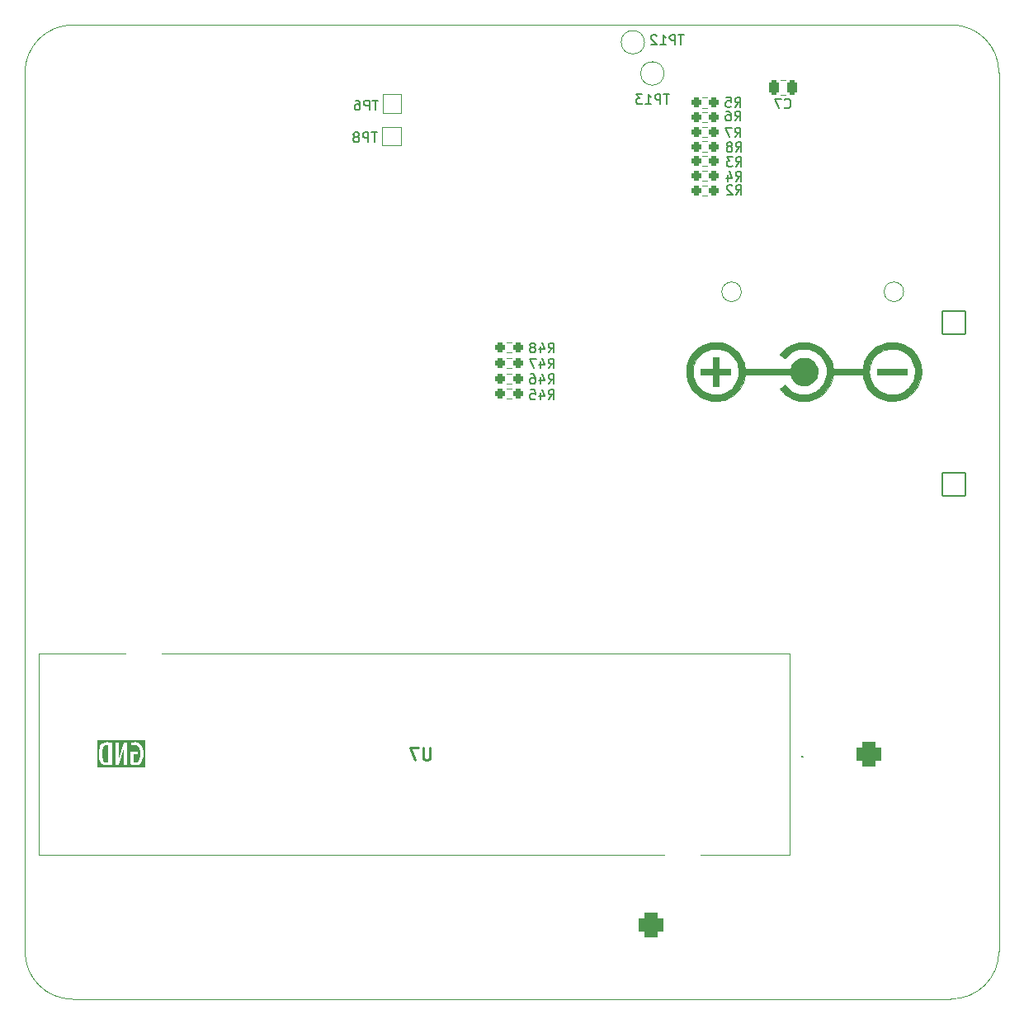
<source format=gbr>
%TF.GenerationSoftware,KiCad,Pcbnew,(6.0.9)*%
%TF.CreationDate,2023-01-14T14:27:17+02:00*%
%TF.ProjectId,ESP32_power_meter_MP3_player_WIFI_radio_V2,45535033-325f-4706-9f77-65725f6d6574,rev?*%
%TF.SameCoordinates,Original*%
%TF.FileFunction,Legend,Bot*%
%TF.FilePolarity,Positive*%
%FSLAX46Y46*%
G04 Gerber Fmt 4.6, Leading zero omitted, Abs format (unit mm)*
G04 Created by KiCad (PCBNEW (6.0.9)) date 2023-01-14 14:27:17*
%MOMM*%
%LPD*%
G01*
G04 APERTURE LIST*
G04 Aperture macros list*
%AMRoundRect*
0 Rectangle with rounded corners*
0 $1 Rounding radius*
0 $2 $3 $4 $5 $6 $7 $8 $9 X,Y pos of 4 corners*
0 Add a 4 corners polygon primitive as box body*
4,1,4,$2,$3,$4,$5,$6,$7,$8,$9,$2,$3,0*
0 Add four circle primitives for the rounded corners*
1,1,$1+$1,$2,$3*
1,1,$1+$1,$4,$5*
1,1,$1+$1,$6,$7*
1,1,$1+$1,$8,$9*
0 Add four rect primitives between the rounded corners*
20,1,$1+$1,$2,$3,$4,$5,0*
20,1,$1+$1,$4,$5,$6,$7,0*
20,1,$1+$1,$6,$7,$8,$9,0*
20,1,$1+$1,$8,$9,$2,$3,0*%
G04 Aperture macros list end*
%TA.AperFunction,Profile*%
%ADD10C,0.100000*%
%TD*%
%ADD11C,0.150000*%
%ADD12C,0.254000*%
%TA.AperFunction,Profile*%
%ADD13C,0.120000*%
%TD*%
%ADD14C,0.120000*%
%ADD15C,0.100000*%
%ADD16C,0.200000*%
%ADD17C,0.010000*%
%ADD18RoundRect,0.101600X-1.206500X1.206500X-1.206500X-1.206500X1.206500X-1.206500X1.206500X1.206500X0*%
%ADD19C,2.616200*%
%ADD20R,1.700000X1.700000*%
%ADD21O,1.700000X1.700000*%
%ADD22RoundRect,0.650000X-0.650000X0.650000X-0.650000X-0.650000X0.650000X-0.650000X0.650000X0.650000X0*%
%ADD23C,2.600000*%
%ADD24R,5.500000X2.000000*%
%ADD25R,1.800000X5.000000*%
%ADD26C,1.500000*%
%ADD27R,1.800000X4.400000*%
%ADD28O,1.800000X4.000000*%
%ADD29O,4.000000X1.800000*%
%ADD30R,1.500000X1.600000*%
%ADD31C,1.600000*%
%ADD32C,3.000000*%
%ADD33R,1.600000X1.500000*%
%ADD34C,3.200000*%
%ADD35C,3.810000*%
%ADD36C,2.700000*%
%ADD37C,1.524000*%
%ADD38C,1.300000*%
%ADD39C,1.710000*%
%ADD40C,1.440000*%
%ADD41R,1.950000X1.950000*%
%ADD42C,1.950000*%
%ADD43C,2.400000*%
%ADD44C,2.000000*%
%ADD45RoundRect,0.650000X-0.650000X-0.650000X0.650000X-0.650000X0.650000X0.650000X-0.650000X0.650000X0*%
%ADD46R,2.400000X2.400000*%
%ADD47O,2.400000X2.400000*%
%ADD48RoundRect,0.237500X0.250000X0.237500X-0.250000X0.237500X-0.250000X-0.237500X0.250000X-0.237500X0*%
%ADD49C,1.980000*%
%ADD50C,5.325000*%
%ADD51C,3.585000*%
%ADD52RoundRect,0.250000X-0.250000X-0.475000X0.250000X-0.475000X0.250000X0.475000X-0.250000X0.475000X0*%
%ADD53R,1.500000X1.500000*%
G04 APERTURE END LIST*
D10*
X149961600Y-145105552D02*
X149961600Y-54944997D01*
X54944997Y-50017244D02*
G75*
G03*
X50016884Y-54944848I-257J-4927856D01*
G01*
X149961593Y-54944997D02*
G75*
G03*
X145105552Y-50016884I-4856293J71297D01*
G01*
X145034000Y-149961584D02*
G75*
G03*
X149961600Y-145105552I70800J4856284D01*
G01*
X50038000Y-145054603D02*
X50016884Y-54944848D01*
X50038007Y-145054603D02*
G75*
G03*
X54894048Y-149982716I4856293J-71297D01*
G01*
X145034000Y-149961600D02*
X54894048Y-149982716D01*
X54944997Y-50017243D02*
X145105552Y-50016884D01*
D11*
%TO.C,TP12*%
X117638095Y-51052380D02*
X117066666Y-51052380D01*
X117352380Y-52052380D02*
X117352380Y-51052380D01*
X116733333Y-52052380D02*
X116733333Y-51052380D01*
X116352380Y-51052380D01*
X116257142Y-51100000D01*
X116209523Y-51147619D01*
X116161904Y-51242857D01*
X116161904Y-51385714D01*
X116209523Y-51480952D01*
X116257142Y-51528571D01*
X116352380Y-51576190D01*
X116733333Y-51576190D01*
X115209523Y-52052380D02*
X115780952Y-52052380D01*
X115495238Y-52052380D02*
X115495238Y-51052380D01*
X115590476Y-51195238D01*
X115685714Y-51290476D01*
X115780952Y-51338095D01*
X114828571Y-51147619D02*
X114780952Y-51100000D01*
X114685714Y-51052380D01*
X114447619Y-51052380D01*
X114352380Y-51100000D01*
X114304761Y-51147619D01*
X114257142Y-51242857D01*
X114257142Y-51338095D01*
X114304761Y-51480952D01*
X114876190Y-52052380D01*
X114257142Y-52052380D01*
%TO.C,R46*%
X103742857Y-86852380D02*
X104076190Y-86376190D01*
X104314285Y-86852380D02*
X104314285Y-85852380D01*
X103933333Y-85852380D01*
X103838095Y-85900000D01*
X103790476Y-85947619D01*
X103742857Y-86042857D01*
X103742857Y-86185714D01*
X103790476Y-86280952D01*
X103838095Y-86328571D01*
X103933333Y-86376190D01*
X104314285Y-86376190D01*
X102885714Y-86185714D02*
X102885714Y-86852380D01*
X103123809Y-85804761D02*
X103361904Y-86519047D01*
X102742857Y-86519047D01*
X101933333Y-85852380D02*
X102123809Y-85852380D01*
X102219047Y-85900000D01*
X102266666Y-85947619D01*
X102361904Y-86090476D01*
X102409523Y-86280952D01*
X102409523Y-86661904D01*
X102361904Y-86757142D01*
X102314285Y-86804761D01*
X102219047Y-86852380D01*
X102028571Y-86852380D01*
X101933333Y-86804761D01*
X101885714Y-86757142D01*
X101838095Y-86661904D01*
X101838095Y-86423809D01*
X101885714Y-86328571D01*
X101933333Y-86280952D01*
X102028571Y-86233333D01*
X102219047Y-86233333D01*
X102314285Y-86280952D01*
X102361904Y-86328571D01*
X102409523Y-86423809D01*
%TO.C,R4*%
X122966666Y-66052380D02*
X123300000Y-65576190D01*
X123538095Y-66052380D02*
X123538095Y-65052380D01*
X123157142Y-65052380D01*
X123061904Y-65100000D01*
X123014285Y-65147619D01*
X122966666Y-65242857D01*
X122966666Y-65385714D01*
X123014285Y-65480952D01*
X123061904Y-65528571D01*
X123157142Y-65576190D01*
X123538095Y-65576190D01*
X122109523Y-65385714D02*
X122109523Y-66052380D01*
X122347619Y-65004761D02*
X122585714Y-65719047D01*
X121966666Y-65719047D01*
%TO.C,R2*%
X122966666Y-67452380D02*
X123300000Y-66976190D01*
X123538095Y-67452380D02*
X123538095Y-66452380D01*
X123157142Y-66452380D01*
X123061904Y-66500000D01*
X123014285Y-66547619D01*
X122966666Y-66642857D01*
X122966666Y-66785714D01*
X123014285Y-66880952D01*
X123061904Y-66928571D01*
X123157142Y-66976190D01*
X123538095Y-66976190D01*
X122585714Y-66547619D02*
X122538095Y-66500000D01*
X122442857Y-66452380D01*
X122204761Y-66452380D01*
X122109523Y-66500000D01*
X122061904Y-66547619D01*
X122014285Y-66642857D01*
X122014285Y-66738095D01*
X122061904Y-66880952D01*
X122633333Y-67452380D01*
X122014285Y-67452380D01*
D12*
%TO.C,U7*%
X91594619Y-124174523D02*
X91594619Y-125202619D01*
X91534142Y-125323571D01*
X91473666Y-125384047D01*
X91352714Y-125444523D01*
X91110809Y-125444523D01*
X90989857Y-125384047D01*
X90929380Y-125323571D01*
X90868904Y-125202619D01*
X90868904Y-124174523D01*
X90385095Y-124174523D02*
X89538428Y-124174523D01*
X90082714Y-125444523D01*
D11*
%TO.C,C7*%
X127966666Y-58487142D02*
X128014285Y-58534761D01*
X128157142Y-58582380D01*
X128252380Y-58582380D01*
X128395238Y-58534761D01*
X128490476Y-58439523D01*
X128538095Y-58344285D01*
X128585714Y-58153809D01*
X128585714Y-58010952D01*
X128538095Y-57820476D01*
X128490476Y-57725238D01*
X128395238Y-57630000D01*
X128252380Y-57582380D01*
X128157142Y-57582380D01*
X128014285Y-57630000D01*
X127966666Y-57677619D01*
X127633333Y-57582380D02*
X126966666Y-57582380D01*
X127395238Y-58582380D01*
%TO.C,R45*%
X103742857Y-88452380D02*
X104076190Y-87976190D01*
X104314285Y-88452380D02*
X104314285Y-87452380D01*
X103933333Y-87452380D01*
X103838095Y-87500000D01*
X103790476Y-87547619D01*
X103742857Y-87642857D01*
X103742857Y-87785714D01*
X103790476Y-87880952D01*
X103838095Y-87928571D01*
X103933333Y-87976190D01*
X104314285Y-87976190D01*
X102885714Y-87785714D02*
X102885714Y-88452380D01*
X103123809Y-87404761D02*
X103361904Y-88119047D01*
X102742857Y-88119047D01*
X101885714Y-87452380D02*
X102361904Y-87452380D01*
X102409523Y-87928571D01*
X102361904Y-87880952D01*
X102266666Y-87833333D01*
X102028571Y-87833333D01*
X101933333Y-87880952D01*
X101885714Y-87928571D01*
X101838095Y-88023809D01*
X101838095Y-88261904D01*
X101885714Y-88357142D01*
X101933333Y-88404761D01*
X102028571Y-88452380D01*
X102266666Y-88452380D01*
X102361904Y-88404761D01*
X102409523Y-88357142D01*
%TO.C,TP6*%
X86261904Y-57752380D02*
X85690476Y-57752380D01*
X85976190Y-58752380D02*
X85976190Y-57752380D01*
X85357142Y-58752380D02*
X85357142Y-57752380D01*
X84976190Y-57752380D01*
X84880952Y-57800000D01*
X84833333Y-57847619D01*
X84785714Y-57942857D01*
X84785714Y-58085714D01*
X84833333Y-58180952D01*
X84880952Y-58228571D01*
X84976190Y-58276190D01*
X85357142Y-58276190D01*
X83928571Y-57752380D02*
X84119047Y-57752380D01*
X84214285Y-57800000D01*
X84261904Y-57847619D01*
X84357142Y-57990476D01*
X84404761Y-58180952D01*
X84404761Y-58561904D01*
X84357142Y-58657142D01*
X84309523Y-58704761D01*
X84214285Y-58752380D01*
X84023809Y-58752380D01*
X83928571Y-58704761D01*
X83880952Y-58657142D01*
X83833333Y-58561904D01*
X83833333Y-58323809D01*
X83880952Y-58228571D01*
X83928571Y-58180952D01*
X84023809Y-58133333D01*
X84214285Y-58133333D01*
X84309523Y-58180952D01*
X84357142Y-58228571D01*
X84404761Y-58323809D01*
%TO.C,R3*%
X122966666Y-64552380D02*
X123300000Y-64076190D01*
X123538095Y-64552380D02*
X123538095Y-63552380D01*
X123157142Y-63552380D01*
X123061904Y-63600000D01*
X123014285Y-63647619D01*
X122966666Y-63742857D01*
X122966666Y-63885714D01*
X123014285Y-63980952D01*
X123061904Y-64028571D01*
X123157142Y-64076190D01*
X123538095Y-64076190D01*
X122633333Y-63552380D02*
X122014285Y-63552380D01*
X122347619Y-63933333D01*
X122204761Y-63933333D01*
X122109523Y-63980952D01*
X122061904Y-64028571D01*
X122014285Y-64123809D01*
X122014285Y-64361904D01*
X122061904Y-64457142D01*
X122109523Y-64504761D01*
X122204761Y-64552380D01*
X122490476Y-64552380D01*
X122585714Y-64504761D01*
X122633333Y-64457142D01*
%TO.C,TP8*%
X86161904Y-61052380D02*
X85590476Y-61052380D01*
X85876190Y-62052380D02*
X85876190Y-61052380D01*
X85257142Y-62052380D02*
X85257142Y-61052380D01*
X84876190Y-61052380D01*
X84780952Y-61100000D01*
X84733333Y-61147619D01*
X84685714Y-61242857D01*
X84685714Y-61385714D01*
X84733333Y-61480952D01*
X84780952Y-61528571D01*
X84876190Y-61576190D01*
X85257142Y-61576190D01*
X84114285Y-61480952D02*
X84209523Y-61433333D01*
X84257142Y-61385714D01*
X84304761Y-61290476D01*
X84304761Y-61242857D01*
X84257142Y-61147619D01*
X84209523Y-61100000D01*
X84114285Y-61052380D01*
X83923809Y-61052380D01*
X83828571Y-61100000D01*
X83780952Y-61147619D01*
X83733333Y-61242857D01*
X83733333Y-61290476D01*
X83780952Y-61385714D01*
X83828571Y-61433333D01*
X83923809Y-61480952D01*
X84114285Y-61480952D01*
X84209523Y-61528571D01*
X84257142Y-61576190D01*
X84304761Y-61671428D01*
X84304761Y-61861904D01*
X84257142Y-61957142D01*
X84209523Y-62004761D01*
X84114285Y-62052380D01*
X83923809Y-62052380D01*
X83828571Y-62004761D01*
X83780952Y-61957142D01*
X83733333Y-61861904D01*
X83733333Y-61671428D01*
X83780952Y-61576190D01*
X83828571Y-61528571D01*
X83923809Y-61480952D01*
%TO.C,R48*%
X103742857Y-83652380D02*
X104076190Y-83176190D01*
X104314285Y-83652380D02*
X104314285Y-82652380D01*
X103933333Y-82652380D01*
X103838095Y-82700000D01*
X103790476Y-82747619D01*
X103742857Y-82842857D01*
X103742857Y-82985714D01*
X103790476Y-83080952D01*
X103838095Y-83128571D01*
X103933333Y-83176190D01*
X104314285Y-83176190D01*
X102885714Y-82985714D02*
X102885714Y-83652380D01*
X103123809Y-82604761D02*
X103361904Y-83319047D01*
X102742857Y-83319047D01*
X102219047Y-83080952D02*
X102314285Y-83033333D01*
X102361904Y-82985714D01*
X102409523Y-82890476D01*
X102409523Y-82842857D01*
X102361904Y-82747619D01*
X102314285Y-82700000D01*
X102219047Y-82652380D01*
X102028571Y-82652380D01*
X101933333Y-82700000D01*
X101885714Y-82747619D01*
X101838095Y-82842857D01*
X101838095Y-82890476D01*
X101885714Y-82985714D01*
X101933333Y-83033333D01*
X102028571Y-83080952D01*
X102219047Y-83080952D01*
X102314285Y-83128571D01*
X102361904Y-83176190D01*
X102409523Y-83271428D01*
X102409523Y-83461904D01*
X102361904Y-83557142D01*
X102314285Y-83604761D01*
X102219047Y-83652380D01*
X102028571Y-83652380D01*
X101933333Y-83604761D01*
X101885714Y-83557142D01*
X101838095Y-83461904D01*
X101838095Y-83271428D01*
X101885714Y-83176190D01*
X101933333Y-83128571D01*
X102028571Y-83080952D01*
%TO.C,R47*%
X103742857Y-85252380D02*
X104076190Y-84776190D01*
X104314285Y-85252380D02*
X104314285Y-84252380D01*
X103933333Y-84252380D01*
X103838095Y-84300000D01*
X103790476Y-84347619D01*
X103742857Y-84442857D01*
X103742857Y-84585714D01*
X103790476Y-84680952D01*
X103838095Y-84728571D01*
X103933333Y-84776190D01*
X104314285Y-84776190D01*
X102885714Y-84585714D02*
X102885714Y-85252380D01*
X103123809Y-84204761D02*
X103361904Y-84919047D01*
X102742857Y-84919047D01*
X102457142Y-84252380D02*
X101790476Y-84252380D01*
X102219047Y-85252380D01*
%TO.C,R7*%
X122866666Y-61552380D02*
X123200000Y-61076190D01*
X123438095Y-61552380D02*
X123438095Y-60552380D01*
X123057142Y-60552380D01*
X122961904Y-60600000D01*
X122914285Y-60647619D01*
X122866666Y-60742857D01*
X122866666Y-60885714D01*
X122914285Y-60980952D01*
X122961904Y-61028571D01*
X123057142Y-61076190D01*
X123438095Y-61076190D01*
X122533333Y-60552380D02*
X121866666Y-60552380D01*
X122295238Y-61552380D01*
%TO.C,R8*%
X122966666Y-63052380D02*
X123300000Y-62576190D01*
X123538095Y-63052380D02*
X123538095Y-62052380D01*
X123157142Y-62052380D01*
X123061904Y-62100000D01*
X123014285Y-62147619D01*
X122966666Y-62242857D01*
X122966666Y-62385714D01*
X123014285Y-62480952D01*
X123061904Y-62528571D01*
X123157142Y-62576190D01*
X123538095Y-62576190D01*
X122395238Y-62480952D02*
X122490476Y-62433333D01*
X122538095Y-62385714D01*
X122585714Y-62290476D01*
X122585714Y-62242857D01*
X122538095Y-62147619D01*
X122490476Y-62100000D01*
X122395238Y-62052380D01*
X122204761Y-62052380D01*
X122109523Y-62100000D01*
X122061904Y-62147619D01*
X122014285Y-62242857D01*
X122014285Y-62290476D01*
X122061904Y-62385714D01*
X122109523Y-62433333D01*
X122204761Y-62480952D01*
X122395238Y-62480952D01*
X122490476Y-62528571D01*
X122538095Y-62576190D01*
X122585714Y-62671428D01*
X122585714Y-62861904D01*
X122538095Y-62957142D01*
X122490476Y-63004761D01*
X122395238Y-63052380D01*
X122204761Y-63052380D01*
X122109523Y-63004761D01*
X122061904Y-62957142D01*
X122014285Y-62861904D01*
X122014285Y-62671428D01*
X122061904Y-62576190D01*
X122109523Y-62528571D01*
X122204761Y-62480952D01*
%TO.C,R6*%
X122866666Y-59852380D02*
X123200000Y-59376190D01*
X123438095Y-59852380D02*
X123438095Y-58852380D01*
X123057142Y-58852380D01*
X122961904Y-58900000D01*
X122914285Y-58947619D01*
X122866666Y-59042857D01*
X122866666Y-59185714D01*
X122914285Y-59280952D01*
X122961904Y-59328571D01*
X123057142Y-59376190D01*
X123438095Y-59376190D01*
X122009523Y-58852380D02*
X122200000Y-58852380D01*
X122295238Y-58900000D01*
X122342857Y-58947619D01*
X122438095Y-59090476D01*
X122485714Y-59280952D01*
X122485714Y-59661904D01*
X122438095Y-59757142D01*
X122390476Y-59804761D01*
X122295238Y-59852380D01*
X122104761Y-59852380D01*
X122009523Y-59804761D01*
X121961904Y-59757142D01*
X121914285Y-59661904D01*
X121914285Y-59423809D01*
X121961904Y-59328571D01*
X122009523Y-59280952D01*
X122104761Y-59233333D01*
X122295238Y-59233333D01*
X122390476Y-59280952D01*
X122438095Y-59328571D01*
X122485714Y-59423809D01*
%TO.C,TP13*%
X116138095Y-57152380D02*
X115566666Y-57152380D01*
X115852380Y-58152380D02*
X115852380Y-57152380D01*
X115233333Y-58152380D02*
X115233333Y-57152380D01*
X114852380Y-57152380D01*
X114757142Y-57200000D01*
X114709523Y-57247619D01*
X114661904Y-57342857D01*
X114661904Y-57485714D01*
X114709523Y-57580952D01*
X114757142Y-57628571D01*
X114852380Y-57676190D01*
X115233333Y-57676190D01*
X113709523Y-58152380D02*
X114280952Y-58152380D01*
X113995238Y-58152380D02*
X113995238Y-57152380D01*
X114090476Y-57295238D01*
X114185714Y-57390476D01*
X114280952Y-57438095D01*
X113376190Y-57152380D02*
X112757142Y-57152380D01*
X113090476Y-57533333D01*
X112947619Y-57533333D01*
X112852380Y-57580952D01*
X112804761Y-57628571D01*
X112757142Y-57723809D01*
X112757142Y-57961904D01*
X112804761Y-58057142D01*
X112852380Y-58104761D01*
X112947619Y-58152380D01*
X113233333Y-58152380D01*
X113328571Y-58104761D01*
X113376190Y-58057142D01*
%TO.C,R5*%
X122866666Y-58452380D02*
X123200000Y-57976190D01*
X123438095Y-58452380D02*
X123438095Y-57452380D01*
X123057142Y-57452380D01*
X122961904Y-57500000D01*
X122914285Y-57547619D01*
X122866666Y-57642857D01*
X122866666Y-57785714D01*
X122914285Y-57880952D01*
X122961904Y-57928571D01*
X123057142Y-57976190D01*
X123438095Y-57976190D01*
X121961904Y-57452380D02*
X122438095Y-57452380D01*
X122485714Y-57928571D01*
X122438095Y-57880952D01*
X122342857Y-57833333D01*
X122104761Y-57833333D01*
X122009523Y-57880952D01*
X121961904Y-57928571D01*
X121914285Y-58023809D01*
X121914285Y-58261904D01*
X121961904Y-58357142D01*
X122009523Y-58404761D01*
X122104761Y-58452380D01*
X122342857Y-58452380D01*
X122438095Y-58404761D01*
X122485714Y-58357142D01*
D13*
%TO.C,J5*%
X140182000Y-77400000D02*
G75*
G03*
X140182000Y-77400000I-1000000J0D01*
G01*
X123530000Y-77400000D02*
G75*
G03*
X123530000Y-77400000I-1000000J0D01*
G01*
D14*
%TO.C,TP12*%
X113600000Y-51800000D02*
G75*
G03*
X113600000Y-51800000I-1200000J0D01*
G01*
%TO.C,R46*%
X99954724Y-85777500D02*
X99445276Y-85777500D01*
X99954724Y-86822500D02*
X99445276Y-86822500D01*
%TO.C,R4*%
X120054724Y-66022500D02*
X119545276Y-66022500D01*
X120054724Y-64977500D02*
X119545276Y-64977500D01*
%TO.C,R2*%
X120054724Y-67522500D02*
X119545276Y-67522500D01*
X120054724Y-66477500D02*
X119545276Y-66477500D01*
D15*
%TO.C,U7*%
X128465000Y-114545000D02*
X128465000Y-114545000D01*
X51415000Y-135195000D02*
X115580000Y-135195000D01*
X128465000Y-135195000D02*
X128465000Y-135195000D01*
X64080000Y-114545000D02*
X64080000Y-114545000D01*
X51415000Y-114545000D02*
X60330000Y-114545000D01*
X60330000Y-114545000D02*
X51415000Y-114545000D01*
X51415000Y-135195000D02*
X51415000Y-114545000D01*
X119330000Y-135195000D02*
X119330000Y-135195000D01*
X51415000Y-114545000D02*
X51415000Y-135195000D01*
X51415000Y-135195000D02*
X51415000Y-135195000D01*
X64080000Y-114545000D02*
X128465000Y-114545000D01*
X115580000Y-135195000D02*
X115580000Y-135195000D01*
X128465000Y-135195000D02*
X119330000Y-135195000D01*
D16*
X129740000Y-125120000D02*
X129740000Y-125120000D01*
D15*
X128465000Y-135195000D02*
X128465000Y-135195000D01*
X128465000Y-114545000D02*
X64080000Y-114545000D01*
X128465000Y-114545000D02*
X128465000Y-135195000D01*
X128465000Y-114545000D02*
X128465000Y-114545000D01*
X51415000Y-135195000D02*
X51415000Y-135195000D01*
X51415000Y-114545000D02*
X51415000Y-114545000D01*
X60330000Y-114545000D02*
X60330000Y-114545000D01*
X119330000Y-135195000D02*
X128465000Y-135195000D01*
D16*
X129840000Y-125120000D02*
X129840000Y-125120000D01*
D15*
X115580000Y-135195000D02*
X51415000Y-135195000D01*
X51415000Y-114545000D02*
X51415000Y-114545000D01*
X128465000Y-135195000D02*
X128465000Y-114545000D01*
D16*
X129840000Y-125120000D02*
X129840000Y-125120000D01*
X129740000Y-125120000D02*
G75*
G03*
X129840000Y-125120000I50000J0D01*
G01*
X129840000Y-125120000D02*
G75*
G03*
X129740000Y-125120000I-50000J0D01*
G01*
X129740000Y-125120000D02*
G75*
G03*
X129840000Y-125120000I50000J0D01*
G01*
%TO.C,kibuzzard-63BB0CE1*%
G36*
X57420325Y-123410937D02*
G01*
X62379675Y-123410937D01*
X62379675Y-126189063D01*
X57420325Y-126189063D01*
X57420325Y-124768250D01*
X57618762Y-124768250D01*
X57629169Y-125055764D01*
X57660390Y-125300239D01*
X57712425Y-125501675D01*
X57827122Y-125731466D01*
X57983887Y-125881088D01*
X58190262Y-125963241D01*
X58453787Y-125990625D01*
X58713344Y-125974750D01*
X58792983Y-125958875D01*
X59307862Y-125958875D01*
X59663462Y-125958875D01*
X60158763Y-124276125D01*
X60165113Y-124276125D01*
X60165113Y-125958875D01*
X60514363Y-125958875D01*
X60514363Y-125879500D01*
X60847738Y-125879500D01*
X61017776Y-125941236D01*
X61197693Y-125978278D01*
X61387488Y-125990625D01*
X61573523Y-125971773D01*
X61734753Y-125915219D01*
X61871179Y-125820961D01*
X61982800Y-125689000D01*
X62069616Y-125519336D01*
X62131628Y-125311969D01*
X62168835Y-125066898D01*
X62181238Y-124784125D01*
X62167843Y-124499764D01*
X62127659Y-124256281D01*
X62060687Y-124053677D01*
X61966925Y-123891950D01*
X61800238Y-123734964D01*
X61585925Y-123640772D01*
X61323988Y-123609375D01*
X61121581Y-123626837D01*
X60927113Y-123679225D01*
X60927113Y-123964975D01*
X61129519Y-123907825D01*
X61323988Y-123888775D01*
X61550206Y-123939178D01*
X61708163Y-124090387D01*
X61776954Y-124257075D01*
X61818229Y-124488321D01*
X61831988Y-124784125D01*
X61818935Y-125086808D01*
X61779776Y-125325992D01*
X61714513Y-125501675D01*
X61571638Y-125663600D01*
X61377963Y-125717575D01*
X61187463Y-125679475D01*
X61187463Y-124847625D01*
X61587513Y-124847625D01*
X61587513Y-124577750D01*
X60847738Y-124577750D01*
X60847738Y-125879500D01*
X60514363Y-125879500D01*
X60514363Y-123641125D01*
X60146063Y-123641125D01*
X59650762Y-125323875D01*
X59641237Y-125323875D01*
X59641237Y-123641125D01*
X59307862Y-123641125D01*
X59307862Y-125958875D01*
X58792983Y-125958875D01*
X58952262Y-125927125D01*
X58952262Y-123672875D01*
X58703819Y-123625250D01*
X58453787Y-123609375D01*
X58185147Y-123638126D01*
X57971893Y-123724381D01*
X57814025Y-123868137D01*
X57728598Y-124021430D01*
X57667578Y-124222547D01*
X57630966Y-124471487D01*
X57618762Y-124768250D01*
X57420325Y-124768250D01*
X57420325Y-123410937D01*
G37*
G36*
X58596662Y-123914175D02*
G01*
X58596662Y-125689000D01*
X58453787Y-125717575D01*
X58231934Y-125666775D01*
X58080725Y-125514375D01*
X58016343Y-125341161D01*
X57977714Y-125092453D01*
X57964837Y-124768250D01*
X57977890Y-124474739D01*
X58017049Y-124246139D01*
X58082312Y-124082450D01*
X58233919Y-123934812D01*
X58453787Y-123885600D01*
X58596662Y-123914175D01*
G37*
D14*
%TO.C,C7*%
X127538748Y-57185000D02*
X128061252Y-57185000D01*
X127538748Y-55715000D02*
X128061252Y-55715000D01*
%TO.C,R45*%
X99954724Y-88362500D02*
X99445276Y-88362500D01*
X99954724Y-87317500D02*
X99445276Y-87317500D01*
%TO.C,TP6*%
X88650000Y-57150000D02*
X86750000Y-57150000D01*
X88650000Y-59050000D02*
X88650000Y-57150000D01*
X86750000Y-57150000D02*
X86750000Y-59050000D01*
X86750000Y-59050000D02*
X88650000Y-59050000D01*
%TO.C,R3*%
X120054724Y-64522500D02*
X119545276Y-64522500D01*
X120054724Y-63477500D02*
X119545276Y-63477500D01*
%TO.C,TP8*%
X86700000Y-62400000D02*
X88600000Y-62400000D01*
X88600000Y-60500000D02*
X86700000Y-60500000D01*
X86700000Y-60500000D02*
X86700000Y-62400000D01*
X88600000Y-62400000D02*
X88600000Y-60500000D01*
%TO.C,R48*%
X99954724Y-82577500D02*
X99445276Y-82577500D01*
X99954724Y-83622500D02*
X99445276Y-83622500D01*
%TO.C,R47*%
X99954724Y-84177500D02*
X99445276Y-84177500D01*
X99954724Y-85222500D02*
X99445276Y-85222500D01*
%TO.C,R7*%
X120054724Y-61522500D02*
X119545276Y-61522500D01*
X120054724Y-60477500D02*
X119545276Y-60477500D01*
%TO.C,R8*%
X120054724Y-63022500D02*
X119545276Y-63022500D01*
X120054724Y-61977500D02*
X119545276Y-61977500D01*
%TO.C,R6*%
X120054724Y-58977500D02*
X119545276Y-58977500D01*
X120054724Y-60022500D02*
X119545276Y-60022500D01*
%TO.C,FID3*%
G36*
X142000993Y-85733958D02*
G01*
X141997499Y-85848966D01*
X141990860Y-85951052D01*
X141980408Y-86046295D01*
X141965476Y-86140777D01*
X141945396Y-86240579D01*
X141919501Y-86351783D01*
X141902901Y-86416692D01*
X141821342Y-86674689D01*
X141718188Y-86921529D01*
X141594485Y-87156073D01*
X141451277Y-87377183D01*
X141289612Y-87583718D01*
X141110533Y-87774541D01*
X140915087Y-87948512D01*
X140704320Y-88104491D01*
X140479277Y-88241341D01*
X140241003Y-88357922D01*
X139990544Y-88453095D01*
X139925787Y-88473736D01*
X139792687Y-88511783D01*
X139659697Y-88543227D01*
X139520515Y-88569320D01*
X139368838Y-88591313D01*
X139198366Y-88610459D01*
X139176699Y-88611615D01*
X139131259Y-88612398D01*
X139070133Y-88612465D01*
X138998547Y-88611815D01*
X138921732Y-88610449D01*
X138863844Y-88608692D01*
X138580664Y-88585961D01*
X138307010Y-88539973D01*
X138042929Y-88470744D01*
X137788465Y-88378289D01*
X137543664Y-88262626D01*
X137308571Y-88123770D01*
X137083232Y-87961737D01*
X137024001Y-87913056D01*
X136899861Y-87799258D01*
X136774788Y-87670155D01*
X136653809Y-87531369D01*
X136541951Y-87388520D01*
X136444240Y-87247228D01*
X136340482Y-87069234D01*
X136242014Y-86865049D01*
X136156756Y-86649657D01*
X136086827Y-86429042D01*
X136034346Y-86209191D01*
X136001432Y-85996089D01*
X135991930Y-85908070D01*
X132948492Y-85901682D01*
X132920293Y-86077107D01*
X132894096Y-86219067D01*
X132828205Y-86476394D01*
X132739227Y-86726949D01*
X132626135Y-86973868D01*
X132491180Y-87211206D01*
X132336027Y-87434133D01*
X132161883Y-87641403D01*
X131969904Y-87831867D01*
X131761248Y-88004378D01*
X131537073Y-88157788D01*
X131298534Y-88290949D01*
X131125259Y-88371983D01*
X130897468Y-88460401D01*
X130669254Y-88527366D01*
X130436153Y-88573925D01*
X130193699Y-88601123D01*
X129937425Y-88610009D01*
X129735989Y-88603594D01*
X129463984Y-88573804D01*
X129198819Y-88520101D01*
X128941461Y-88442889D01*
X128692874Y-88342570D01*
X128454024Y-88219550D01*
X128225877Y-88074233D01*
X128009398Y-87907021D01*
X127805552Y-87718319D01*
X127787680Y-87699988D01*
X127740005Y-87649043D01*
X127689486Y-87592677D01*
X127638957Y-87534311D01*
X127591256Y-87477364D01*
X127549218Y-87425259D01*
X127515679Y-87381416D01*
X127493476Y-87349257D01*
X127485445Y-87332202D01*
X127485697Y-87331640D01*
X127498513Y-87320410D01*
X127528459Y-87297618D01*
X127572405Y-87265552D01*
X127627220Y-87226501D01*
X127689777Y-87182754D01*
X127757035Y-87136058D01*
X127821521Y-87091166D01*
X127878610Y-87051308D01*
X127923874Y-87019575D01*
X127952884Y-86999058D01*
X128011660Y-86957029D01*
X128105061Y-87073836D01*
X128208611Y-87194741D01*
X128380737Y-87364161D01*
X128568845Y-87514717D01*
X128771548Y-87645446D01*
X128987461Y-87755388D01*
X129215197Y-87843581D01*
X129431639Y-87903717D01*
X129666569Y-87944490D01*
X129902977Y-87961015D01*
X130139171Y-87953523D01*
X130373460Y-87922247D01*
X130604151Y-87867417D01*
X130829554Y-87789266D01*
X131047975Y-87688025D01*
X131257722Y-87563926D01*
X131306041Y-87531096D01*
X131494638Y-87384399D01*
X131665905Y-87220161D01*
X131819035Y-87039658D01*
X131953224Y-86844164D01*
X132067667Y-86634956D01*
X132161559Y-86413307D01*
X132234095Y-86180493D01*
X132284469Y-85937789D01*
X132285943Y-85928126D01*
X132296722Y-85829384D01*
X132303070Y-85714862D01*
X132304991Y-85592636D01*
X132303513Y-85520720D01*
X136649129Y-85520720D01*
X136653799Y-85769753D01*
X136661969Y-85866157D01*
X136698851Y-86105482D01*
X136757981Y-86334949D01*
X136838311Y-86553511D01*
X136938794Y-86760120D01*
X137058384Y-86953730D01*
X137196035Y-87133294D01*
X137350700Y-87297765D01*
X137521332Y-87446096D01*
X137706886Y-87577241D01*
X137906314Y-87690152D01*
X138118570Y-87783783D01*
X138342608Y-87857086D01*
X138577380Y-87909016D01*
X138821841Y-87938524D01*
X138840374Y-87939841D01*
X138904617Y-87944099D01*
X138959949Y-87947311D01*
X139000981Y-87949184D01*
X139022326Y-87949427D01*
X139038000Y-87948348D01*
X139075609Y-87945769D01*
X139126993Y-87942248D01*
X139185792Y-87938223D01*
X139279571Y-87929924D01*
X139515495Y-87892102D01*
X139744455Y-87831129D01*
X139964783Y-87747901D01*
X140174812Y-87643313D01*
X140372872Y-87518261D01*
X140557296Y-87373641D01*
X140726416Y-87210349D01*
X140878562Y-87029281D01*
X140931549Y-86956040D01*
X141055653Y-86755171D01*
X141157945Y-86542444D01*
X141238088Y-86318899D01*
X141295747Y-86085570D01*
X141330589Y-85843496D01*
X141342277Y-85593713D01*
X141342070Y-85560821D01*
X141327216Y-85315479D01*
X141289438Y-85077652D01*
X141229501Y-84848587D01*
X141148171Y-84629530D01*
X141046216Y-84421731D01*
X140924402Y-84226436D01*
X140783495Y-84044892D01*
X140624261Y-83878348D01*
X140447469Y-83728051D01*
X140253883Y-83595248D01*
X140044271Y-83481188D01*
X139998494Y-83459848D01*
X139776095Y-83372634D01*
X139546074Y-83308252D01*
X139310736Y-83266685D01*
X139072385Y-83247919D01*
X138833323Y-83251938D01*
X138595855Y-83278726D01*
X138362286Y-83328267D01*
X138134917Y-83400547D01*
X137916054Y-83495549D01*
X137762033Y-83579481D01*
X137566236Y-83709996D01*
X137387374Y-83857969D01*
X137226140Y-84022152D01*
X137083224Y-84201300D01*
X136959318Y-84394169D01*
X136855113Y-84599512D01*
X136771300Y-84816084D01*
X136708571Y-85042640D01*
X136667617Y-85277934D01*
X136649129Y-85520720D01*
X132303513Y-85520720D01*
X132302486Y-85470783D01*
X132295559Y-85357379D01*
X132284213Y-85260499D01*
X132274266Y-85201610D01*
X132218438Y-84958680D01*
X132140714Y-84728108D01*
X132041049Y-84509802D01*
X131919395Y-84303671D01*
X131775706Y-84109624D01*
X131609937Y-83927568D01*
X131492211Y-83818148D01*
X131304395Y-83671424D01*
X131103994Y-83545416D01*
X130892717Y-83440642D01*
X130672270Y-83357618D01*
X130444363Y-83296861D01*
X130210705Y-83258889D01*
X129973002Y-83244217D01*
X129732963Y-83253363D01*
X129492297Y-83286844D01*
X129382302Y-83310970D01*
X129166504Y-83376457D01*
X128955345Y-83464029D01*
X128751829Y-83571818D01*
X128558964Y-83697958D01*
X128379754Y-83840579D01*
X128217206Y-83997816D01*
X128074325Y-84167800D01*
X128046877Y-84201697D01*
X128023099Y-84226301D01*
X128008598Y-84235693D01*
X127998696Y-84231092D01*
X127970210Y-84213833D01*
X127926502Y-84185598D01*
X127870515Y-84148325D01*
X127805192Y-84103954D01*
X127733476Y-84054424D01*
X127473068Y-83873156D01*
X127506522Y-83828088D01*
X127601142Y-83706909D01*
X127786734Y-83500249D01*
X127988811Y-83311958D01*
X128206162Y-83142939D01*
X128437580Y-82994094D01*
X128681853Y-82866325D01*
X128937772Y-82760535D01*
X129142878Y-82694910D01*
X129402575Y-82634983D01*
X129665744Y-82598872D01*
X129930622Y-82586333D01*
X130195447Y-82597125D01*
X130458455Y-82631006D01*
X130717883Y-82687732D01*
X130971970Y-82767062D01*
X131218951Y-82868752D01*
X131457065Y-82992562D01*
X131684549Y-83138247D01*
X131881781Y-83290848D01*
X132076752Y-83470883D01*
X132255857Y-83667697D01*
X132417601Y-83879139D01*
X132560485Y-84103058D01*
X132683013Y-84337303D01*
X132783687Y-84579725D01*
X132861010Y-84828171D01*
X132863835Y-84839221D01*
X132878534Y-84901447D01*
X132893815Y-84972678D01*
X132908641Y-85047329D01*
X132921976Y-85119813D01*
X132932783Y-85184545D01*
X132940028Y-85235940D01*
X132942673Y-85268411D01*
X132942673Y-85298218D01*
X135985164Y-85298218D01*
X135991000Y-85269926D01*
X135992012Y-85264603D01*
X135997050Y-85233363D01*
X136003751Y-85187446D01*
X136010949Y-85134753D01*
X136021976Y-85059854D01*
X136073789Y-84813665D01*
X136148516Y-84568592D01*
X136244631Y-84328154D01*
X136360609Y-84095871D01*
X136494923Y-83875264D01*
X136646047Y-83669852D01*
X136665956Y-83645730D01*
X136746233Y-83555405D01*
X136839098Y-83459408D01*
X136938030Y-83364086D01*
X137036506Y-83275786D01*
X137128007Y-83200851D01*
X137320362Y-83065669D01*
X137541406Y-82936974D01*
X137775035Y-82825906D01*
X138016823Y-82734558D01*
X138262345Y-82665019D01*
X138333129Y-82648862D01*
X138436493Y-82627852D01*
X138533585Y-82612124D01*
X138630673Y-82601015D01*
X138734027Y-82593863D01*
X138849914Y-82590009D01*
X138984604Y-82588788D01*
X139012632Y-82588794D01*
X139134078Y-82589800D01*
X139237608Y-82592868D01*
X139329180Y-82598593D01*
X139414751Y-82607575D01*
X139500281Y-82620410D01*
X139591728Y-82637696D01*
X139695049Y-82660030D01*
X139814926Y-82689576D01*
X140073476Y-82771403D01*
X140320432Y-82874713D01*
X140554760Y-82998484D01*
X140775425Y-83141693D01*
X140981395Y-83303316D01*
X141171632Y-83482333D01*
X141345105Y-83677719D01*
X141500777Y-83888452D01*
X141637615Y-84113511D01*
X141754584Y-84351871D01*
X141850651Y-84602510D01*
X141924779Y-84864406D01*
X141946075Y-84958820D01*
X141965845Y-85059131D01*
X141980579Y-85153894D01*
X141990919Y-85249237D01*
X141997509Y-85351286D01*
X142000991Y-85466165D01*
X142001961Y-85593713D01*
X142002008Y-85600000D01*
X142000993Y-85733958D01*
G37*
D17*
X142000993Y-85733958D02*
X141997499Y-85848966D01*
X141990860Y-85951052D01*
X141980408Y-86046295D01*
X141965476Y-86140777D01*
X141945396Y-86240579D01*
X141919501Y-86351783D01*
X141902901Y-86416692D01*
X141821342Y-86674689D01*
X141718188Y-86921529D01*
X141594485Y-87156073D01*
X141451277Y-87377183D01*
X141289612Y-87583718D01*
X141110533Y-87774541D01*
X140915087Y-87948512D01*
X140704320Y-88104491D01*
X140479277Y-88241341D01*
X140241003Y-88357922D01*
X139990544Y-88453095D01*
X139925787Y-88473736D01*
X139792687Y-88511783D01*
X139659697Y-88543227D01*
X139520515Y-88569320D01*
X139368838Y-88591313D01*
X139198366Y-88610459D01*
X139176699Y-88611615D01*
X139131259Y-88612398D01*
X139070133Y-88612465D01*
X138998547Y-88611815D01*
X138921732Y-88610449D01*
X138863844Y-88608692D01*
X138580664Y-88585961D01*
X138307010Y-88539973D01*
X138042929Y-88470744D01*
X137788465Y-88378289D01*
X137543664Y-88262626D01*
X137308571Y-88123770D01*
X137083232Y-87961737D01*
X137024001Y-87913056D01*
X136899861Y-87799258D01*
X136774788Y-87670155D01*
X136653809Y-87531369D01*
X136541951Y-87388520D01*
X136444240Y-87247228D01*
X136340482Y-87069234D01*
X136242014Y-86865049D01*
X136156756Y-86649657D01*
X136086827Y-86429042D01*
X136034346Y-86209191D01*
X136001432Y-85996089D01*
X135991930Y-85908070D01*
X132948492Y-85901682D01*
X132920293Y-86077107D01*
X132894096Y-86219067D01*
X132828205Y-86476394D01*
X132739227Y-86726949D01*
X132626135Y-86973868D01*
X132491180Y-87211206D01*
X132336027Y-87434133D01*
X132161883Y-87641403D01*
X131969904Y-87831867D01*
X131761248Y-88004378D01*
X131537073Y-88157788D01*
X131298534Y-88290949D01*
X131125259Y-88371983D01*
X130897468Y-88460401D01*
X130669254Y-88527366D01*
X130436153Y-88573925D01*
X130193699Y-88601123D01*
X129937425Y-88610009D01*
X129735989Y-88603594D01*
X129463984Y-88573804D01*
X129198819Y-88520101D01*
X128941461Y-88442889D01*
X128692874Y-88342570D01*
X128454024Y-88219550D01*
X128225877Y-88074233D01*
X128009398Y-87907021D01*
X127805552Y-87718319D01*
X127787680Y-87699988D01*
X127740005Y-87649043D01*
X127689486Y-87592677D01*
X127638957Y-87534311D01*
X127591256Y-87477364D01*
X127549218Y-87425259D01*
X127515679Y-87381416D01*
X127493476Y-87349257D01*
X127485445Y-87332202D01*
X127485697Y-87331640D01*
X127498513Y-87320410D01*
X127528459Y-87297618D01*
X127572405Y-87265552D01*
X127627220Y-87226501D01*
X127689777Y-87182754D01*
X127757035Y-87136058D01*
X127821521Y-87091166D01*
X127878610Y-87051308D01*
X127923874Y-87019575D01*
X127952884Y-86999058D01*
X128011660Y-86957029D01*
X128105061Y-87073836D01*
X128208611Y-87194741D01*
X128380737Y-87364161D01*
X128568845Y-87514717D01*
X128771548Y-87645446D01*
X128987461Y-87755388D01*
X129215197Y-87843581D01*
X129431639Y-87903717D01*
X129666569Y-87944490D01*
X129902977Y-87961015D01*
X130139171Y-87953523D01*
X130373460Y-87922247D01*
X130604151Y-87867417D01*
X130829554Y-87789266D01*
X131047975Y-87688025D01*
X131257722Y-87563926D01*
X131306041Y-87531096D01*
X131494638Y-87384399D01*
X131665905Y-87220161D01*
X131819035Y-87039658D01*
X131953224Y-86844164D01*
X132067667Y-86634956D01*
X132161559Y-86413307D01*
X132234095Y-86180493D01*
X132284469Y-85937789D01*
X132285943Y-85928126D01*
X132296722Y-85829384D01*
X132303070Y-85714862D01*
X132304991Y-85592636D01*
X132303513Y-85520720D01*
X136649129Y-85520720D01*
X136653799Y-85769753D01*
X136661969Y-85866157D01*
X136698851Y-86105482D01*
X136757981Y-86334949D01*
X136838311Y-86553511D01*
X136938794Y-86760120D01*
X137058384Y-86953730D01*
X137196035Y-87133294D01*
X137350700Y-87297765D01*
X137521332Y-87446096D01*
X137706886Y-87577241D01*
X137906314Y-87690152D01*
X138118570Y-87783783D01*
X138342608Y-87857086D01*
X138577380Y-87909016D01*
X138821841Y-87938524D01*
X138840374Y-87939841D01*
X138904617Y-87944099D01*
X138959949Y-87947311D01*
X139000981Y-87949184D01*
X139022326Y-87949427D01*
X139038000Y-87948348D01*
X139075609Y-87945769D01*
X139126993Y-87942248D01*
X139185792Y-87938223D01*
X139279571Y-87929924D01*
X139515495Y-87892102D01*
X139744455Y-87831129D01*
X139964783Y-87747901D01*
X140174812Y-87643313D01*
X140372872Y-87518261D01*
X140557296Y-87373641D01*
X140726416Y-87210349D01*
X140878562Y-87029281D01*
X140931549Y-86956040D01*
X141055653Y-86755171D01*
X141157945Y-86542444D01*
X141238088Y-86318899D01*
X141295747Y-86085570D01*
X141330589Y-85843496D01*
X141342277Y-85593713D01*
X141342070Y-85560821D01*
X141327216Y-85315479D01*
X141289438Y-85077652D01*
X141229501Y-84848587D01*
X141148171Y-84629530D01*
X141046216Y-84421731D01*
X140924402Y-84226436D01*
X140783495Y-84044892D01*
X140624261Y-83878348D01*
X140447469Y-83728051D01*
X140253883Y-83595248D01*
X140044271Y-83481188D01*
X139998494Y-83459848D01*
X139776095Y-83372634D01*
X139546074Y-83308252D01*
X139310736Y-83266685D01*
X139072385Y-83247919D01*
X138833323Y-83251938D01*
X138595855Y-83278726D01*
X138362286Y-83328267D01*
X138134917Y-83400547D01*
X137916054Y-83495549D01*
X137762033Y-83579481D01*
X137566236Y-83709996D01*
X137387374Y-83857969D01*
X137226140Y-84022152D01*
X137083224Y-84201300D01*
X136959318Y-84394169D01*
X136855113Y-84599512D01*
X136771300Y-84816084D01*
X136708571Y-85042640D01*
X136667617Y-85277934D01*
X136649129Y-85520720D01*
X132303513Y-85520720D01*
X132302486Y-85470783D01*
X132295559Y-85357379D01*
X132284213Y-85260499D01*
X132274266Y-85201610D01*
X132218438Y-84958680D01*
X132140714Y-84728108D01*
X132041049Y-84509802D01*
X131919395Y-84303671D01*
X131775706Y-84109624D01*
X131609937Y-83927568D01*
X131492211Y-83818148D01*
X131304395Y-83671424D01*
X131103994Y-83545416D01*
X130892717Y-83440642D01*
X130672270Y-83357618D01*
X130444363Y-83296861D01*
X130210705Y-83258889D01*
X129973002Y-83244217D01*
X129732963Y-83253363D01*
X129492297Y-83286844D01*
X129382302Y-83310970D01*
X129166504Y-83376457D01*
X128955345Y-83464029D01*
X128751829Y-83571818D01*
X128558964Y-83697958D01*
X128379754Y-83840579D01*
X128217206Y-83997816D01*
X128074325Y-84167800D01*
X128046877Y-84201697D01*
X128023099Y-84226301D01*
X128008598Y-84235693D01*
X127998696Y-84231092D01*
X127970210Y-84213833D01*
X127926502Y-84185598D01*
X127870515Y-84148325D01*
X127805192Y-84103954D01*
X127733476Y-84054424D01*
X127473068Y-83873156D01*
X127506522Y-83828088D01*
X127601142Y-83706909D01*
X127786734Y-83500249D01*
X127988811Y-83311958D01*
X128206162Y-83142939D01*
X128437580Y-82994094D01*
X128681853Y-82866325D01*
X128937772Y-82760535D01*
X129142878Y-82694910D01*
X129402575Y-82634983D01*
X129665744Y-82598872D01*
X129930622Y-82586333D01*
X130195447Y-82597125D01*
X130458455Y-82631006D01*
X130717883Y-82687732D01*
X130971970Y-82767062D01*
X131218951Y-82868752D01*
X131457065Y-82992562D01*
X131684549Y-83138247D01*
X131881781Y-83290848D01*
X132076752Y-83470883D01*
X132255857Y-83667697D01*
X132417601Y-83879139D01*
X132560485Y-84103058D01*
X132683013Y-84337303D01*
X132783687Y-84579725D01*
X132861010Y-84828171D01*
X132863835Y-84839221D01*
X132878534Y-84901447D01*
X132893815Y-84972678D01*
X132908641Y-85047329D01*
X132921976Y-85119813D01*
X132932783Y-85184545D01*
X132940028Y-85235940D01*
X132942673Y-85268411D01*
X132942673Y-85298218D01*
X135985164Y-85298218D01*
X135991000Y-85269926D01*
X135992012Y-85264603D01*
X135997050Y-85233363D01*
X136003751Y-85187446D01*
X136010949Y-85134753D01*
X136021976Y-85059854D01*
X136073789Y-84813665D01*
X136148516Y-84568592D01*
X136244631Y-84328154D01*
X136360609Y-84095871D01*
X136494923Y-83875264D01*
X136646047Y-83669852D01*
X136665956Y-83645730D01*
X136746233Y-83555405D01*
X136839098Y-83459408D01*
X136938030Y-83364086D01*
X137036506Y-83275786D01*
X137128007Y-83200851D01*
X137320362Y-83065669D01*
X137541406Y-82936974D01*
X137775035Y-82825906D01*
X138016823Y-82734558D01*
X138262345Y-82665019D01*
X138333129Y-82648862D01*
X138436493Y-82627852D01*
X138533585Y-82612124D01*
X138630673Y-82601015D01*
X138734027Y-82593863D01*
X138849914Y-82590009D01*
X138984604Y-82588788D01*
X139012632Y-82588794D01*
X139134078Y-82589800D01*
X139237608Y-82592868D01*
X139329180Y-82598593D01*
X139414751Y-82607575D01*
X139500281Y-82620410D01*
X139591728Y-82637696D01*
X139695049Y-82660030D01*
X139814926Y-82689576D01*
X140073476Y-82771403D01*
X140320432Y-82874713D01*
X140554760Y-82998484D01*
X140775425Y-83141693D01*
X140981395Y-83303316D01*
X141171632Y-83482333D01*
X141345105Y-83677719D01*
X141500777Y-83888452D01*
X141637615Y-84113511D01*
X141754584Y-84351871D01*
X141850651Y-84602510D01*
X141924779Y-84864406D01*
X141946075Y-84958820D01*
X141965845Y-85059131D01*
X141980579Y-85153894D01*
X141990919Y-85249237D01*
X141997509Y-85351286D01*
X142000991Y-85466165D01*
X142001961Y-85593713D01*
X142002008Y-85600000D01*
X142000993Y-85733958D01*
G36*
X131325202Y-85891073D02*
G01*
X131276614Y-86072636D01*
X131245267Y-86156607D01*
X131168275Y-86312292D01*
X131069461Y-86458261D01*
X130947447Y-86596705D01*
X130864555Y-86673625D01*
X130721717Y-86779829D01*
X130568093Y-86865503D01*
X130405977Y-86930650D01*
X130237664Y-86975275D01*
X130065450Y-86999379D01*
X129891628Y-87002966D01*
X129718494Y-86986040D01*
X129548342Y-86948604D01*
X129383467Y-86890661D01*
X129226164Y-86812215D01*
X129078728Y-86713268D01*
X128943453Y-86593825D01*
X128904085Y-86552660D01*
X128817043Y-86448478D01*
X128742807Y-86337391D01*
X128678895Y-86214878D01*
X128622827Y-86076421D01*
X128572120Y-85917500D01*
X128571989Y-85917256D01*
X128565824Y-85915290D01*
X128549974Y-85913486D01*
X128523529Y-85911840D01*
X128485579Y-85910343D01*
X128435215Y-85908992D01*
X128371527Y-85907778D01*
X128293606Y-85906697D01*
X128200541Y-85905742D01*
X128091424Y-85904907D01*
X127965345Y-85904186D01*
X127821394Y-85903573D01*
X127658661Y-85903061D01*
X127476238Y-85902645D01*
X127273214Y-85902318D01*
X127048680Y-85902075D01*
X126801726Y-85901908D01*
X126531443Y-85901813D01*
X126236921Y-85901782D01*
X123906222Y-85901782D01*
X123883583Y-86055817D01*
X123872964Y-86122882D01*
X123818187Y-86379620D01*
X123742489Y-86630547D01*
X123647128Y-86872735D01*
X123533364Y-87103255D01*
X123402453Y-87319178D01*
X123255654Y-87517575D01*
X123247115Y-87527921D01*
X123174593Y-87610595D01*
X123089491Y-87700408D01*
X122998605Y-87790585D01*
X122908737Y-87874354D01*
X122826683Y-87944941D01*
X122698015Y-88043269D01*
X122483696Y-88183096D01*
X122255371Y-88305555D01*
X122016628Y-88409154D01*
X121771053Y-88492397D01*
X121522235Y-88553789D01*
X121273762Y-88591837D01*
X121235549Y-88595854D01*
X121177447Y-88602019D01*
X121128934Y-88607233D01*
X121097722Y-88610670D01*
X121075614Y-88612474D01*
X121017245Y-88614155D01*
X120941993Y-88613745D01*
X120855196Y-88611484D01*
X120762193Y-88607614D01*
X120668322Y-88602373D01*
X120578923Y-88596003D01*
X120499334Y-88588743D01*
X120434893Y-88580834D01*
X120178566Y-88532574D01*
X119914626Y-88459355D01*
X119661925Y-88363787D01*
X119419936Y-88245671D01*
X119188134Y-88104804D01*
X119099580Y-88042980D01*
X118889668Y-87875370D01*
X118697597Y-87690501D01*
X118523998Y-87489311D01*
X118369499Y-87272735D01*
X118234731Y-87041710D01*
X118120324Y-86797173D01*
X118026908Y-86540062D01*
X117955113Y-86271311D01*
X117923050Y-86101257D01*
X117894030Y-85845057D01*
X117885843Y-85582526D01*
X117889333Y-85509030D01*
X118557969Y-85509030D01*
X118558756Y-85633195D01*
X118563747Y-85760418D01*
X118572662Y-85883696D01*
X118585222Y-85996023D01*
X118601147Y-86090396D01*
X118653169Y-86294965D01*
X118733801Y-86522942D01*
X118834672Y-86737342D01*
X118954757Y-86937274D01*
X119093030Y-87121849D01*
X119248466Y-87290176D01*
X119420038Y-87441366D01*
X119606722Y-87574528D01*
X119807491Y-87688772D01*
X120021321Y-87783209D01*
X120247185Y-87856947D01*
X120484058Y-87909097D01*
X120730914Y-87938769D01*
X120745305Y-87939792D01*
X120810183Y-87944021D01*
X120867104Y-87947147D01*
X120910364Y-87948885D01*
X120934257Y-87948950D01*
X120949896Y-87947920D01*
X120989507Y-87945526D01*
X121034851Y-87942962D01*
X121175115Y-87931388D01*
X121413815Y-87893094D01*
X121643907Y-87832520D01*
X121864060Y-87750533D01*
X122072947Y-87648002D01*
X122269239Y-87525794D01*
X122451607Y-87384775D01*
X122618723Y-87225814D01*
X122769258Y-87049778D01*
X122901884Y-86857535D01*
X123015272Y-86649951D01*
X123072306Y-86522297D01*
X123150020Y-86303923D01*
X123204801Y-86079902D01*
X123237239Y-85847590D01*
X123247920Y-85604344D01*
X123247808Y-85577316D01*
X123246343Y-85497106D01*
X123243451Y-85418586D01*
X123239468Y-85349574D01*
X123234730Y-85297888D01*
X123230383Y-85264582D01*
X123185444Y-85024637D01*
X123118388Y-84794701D01*
X123030164Y-84575947D01*
X122921719Y-84369549D01*
X122794004Y-84176681D01*
X122647966Y-83998517D01*
X122484554Y-83836231D01*
X122304717Y-83690996D01*
X122109402Y-83563986D01*
X121899560Y-83456375D01*
X121676138Y-83369337D01*
X121584402Y-83341007D01*
X121357522Y-83288153D01*
X121125863Y-83257274D01*
X120892023Y-83248048D01*
X120658604Y-83260149D01*
X120428205Y-83293255D01*
X120203426Y-83347041D01*
X119986868Y-83421185D01*
X119781130Y-83515361D01*
X119588812Y-83629246D01*
X119505455Y-83687483D01*
X119316451Y-83840288D01*
X119147231Y-84008387D01*
X118998192Y-84191126D01*
X118869734Y-84387853D01*
X118762254Y-84597915D01*
X118676150Y-84820657D01*
X118611821Y-85055427D01*
X118569664Y-85301572D01*
X118561665Y-85394927D01*
X118557969Y-85509030D01*
X117889333Y-85509030D01*
X117898398Y-85318125D01*
X117931602Y-85056313D01*
X117985364Y-84801549D01*
X118048620Y-84587869D01*
X118146532Y-84335623D01*
X118266245Y-84094838D01*
X118406979Y-83866754D01*
X118567957Y-83652612D01*
X118748399Y-83453650D01*
X118947524Y-83271108D01*
X119123370Y-83136007D01*
X119344145Y-82994776D01*
X119578897Y-82872654D01*
X119825379Y-82770554D01*
X120081342Y-82689392D01*
X120344538Y-82630082D01*
X120612719Y-82593539D01*
X120665976Y-82589561D01*
X120775143Y-82585352D01*
X120896698Y-82584620D01*
X121023160Y-82587175D01*
X121147047Y-82592824D01*
X121260876Y-82601374D01*
X121357164Y-82612635D01*
X121509995Y-82638973D01*
X121777007Y-82703888D01*
X122033427Y-82790724D01*
X122278217Y-82898674D01*
X122510335Y-83026930D01*
X122728741Y-83174686D01*
X122932397Y-83341134D01*
X123120261Y-83525468D01*
X123291293Y-83726879D01*
X123444454Y-83944560D01*
X123578703Y-84177705D01*
X123693000Y-84425507D01*
X123741629Y-84555810D01*
X123793245Y-84720886D01*
X123837672Y-84892647D01*
X123872577Y-85061944D01*
X123895623Y-85219629D01*
X123904251Y-85298218D01*
X126274243Y-85298218D01*
X126565719Y-85298179D01*
X126833070Y-85298076D01*
X127077206Y-85297900D01*
X127299035Y-85297647D01*
X127499467Y-85297310D01*
X127679412Y-85296882D01*
X127839778Y-85296359D01*
X127981476Y-85295733D01*
X128105415Y-85294998D01*
X128212504Y-85294150D01*
X128303652Y-85293180D01*
X128379769Y-85292084D01*
X128441764Y-85290854D01*
X128490547Y-85289486D01*
X128527026Y-85287973D01*
X128552112Y-85286308D01*
X128566714Y-85284486D01*
X128571741Y-85282500D01*
X128620266Y-85122432D01*
X128683459Y-84967868D01*
X128759704Y-84829455D01*
X128851129Y-84703370D01*
X128959865Y-84585791D01*
X128992527Y-84555030D01*
X129046063Y-84507642D01*
X129097436Y-84465287D01*
X129138960Y-84434461D01*
X129277302Y-84352631D01*
X129444004Y-84279728D01*
X129617628Y-84228637D01*
X129795638Y-84199292D01*
X129975498Y-84191630D01*
X130154671Y-84205588D01*
X130330623Y-84241103D01*
X130500818Y-84298111D01*
X130662718Y-84376549D01*
X130813789Y-84476353D01*
X130925555Y-84571826D01*
X131046295Y-84703563D01*
X131148068Y-84849108D01*
X131230244Y-85006296D01*
X131292196Y-85172961D01*
X131333295Y-85346936D01*
X131352915Y-85526057D01*
X131351845Y-85604344D01*
X131350427Y-85708158D01*
X131325202Y-85891073D01*
G37*
X131325202Y-85891073D02*
X131276614Y-86072636D01*
X131245267Y-86156607D01*
X131168275Y-86312292D01*
X131069461Y-86458261D01*
X130947447Y-86596705D01*
X130864555Y-86673625D01*
X130721717Y-86779829D01*
X130568093Y-86865503D01*
X130405977Y-86930650D01*
X130237664Y-86975275D01*
X130065450Y-86999379D01*
X129891628Y-87002966D01*
X129718494Y-86986040D01*
X129548342Y-86948604D01*
X129383467Y-86890661D01*
X129226164Y-86812215D01*
X129078728Y-86713268D01*
X128943453Y-86593825D01*
X128904085Y-86552660D01*
X128817043Y-86448478D01*
X128742807Y-86337391D01*
X128678895Y-86214878D01*
X128622827Y-86076421D01*
X128572120Y-85917500D01*
X128571989Y-85917256D01*
X128565824Y-85915290D01*
X128549974Y-85913486D01*
X128523529Y-85911840D01*
X128485579Y-85910343D01*
X128435215Y-85908992D01*
X128371527Y-85907778D01*
X128293606Y-85906697D01*
X128200541Y-85905742D01*
X128091424Y-85904907D01*
X127965345Y-85904186D01*
X127821394Y-85903573D01*
X127658661Y-85903061D01*
X127476238Y-85902645D01*
X127273214Y-85902318D01*
X127048680Y-85902075D01*
X126801726Y-85901908D01*
X126531443Y-85901813D01*
X126236921Y-85901782D01*
X123906222Y-85901782D01*
X123883583Y-86055817D01*
X123872964Y-86122882D01*
X123818187Y-86379620D01*
X123742489Y-86630547D01*
X123647128Y-86872735D01*
X123533364Y-87103255D01*
X123402453Y-87319178D01*
X123255654Y-87517575D01*
X123247115Y-87527921D01*
X123174593Y-87610595D01*
X123089491Y-87700408D01*
X122998605Y-87790585D01*
X122908737Y-87874354D01*
X122826683Y-87944941D01*
X122698015Y-88043269D01*
X122483696Y-88183096D01*
X122255371Y-88305555D01*
X122016628Y-88409154D01*
X121771053Y-88492397D01*
X121522235Y-88553789D01*
X121273762Y-88591837D01*
X121235549Y-88595854D01*
X121177447Y-88602019D01*
X121128934Y-88607233D01*
X121097722Y-88610670D01*
X121075614Y-88612474D01*
X121017245Y-88614155D01*
X120941993Y-88613745D01*
X120855196Y-88611484D01*
X120762193Y-88607614D01*
X120668322Y-88602373D01*
X120578923Y-88596003D01*
X120499334Y-88588743D01*
X120434893Y-88580834D01*
X120178566Y-88532574D01*
X119914626Y-88459355D01*
X119661925Y-88363787D01*
X119419936Y-88245671D01*
X119188134Y-88104804D01*
X119099580Y-88042980D01*
X118889668Y-87875370D01*
X118697597Y-87690501D01*
X118523998Y-87489311D01*
X118369499Y-87272735D01*
X118234731Y-87041710D01*
X118120324Y-86797173D01*
X118026908Y-86540062D01*
X117955113Y-86271311D01*
X117923050Y-86101257D01*
X117894030Y-85845057D01*
X117885843Y-85582526D01*
X117889333Y-85509030D01*
X118557969Y-85509030D01*
X118558756Y-85633195D01*
X118563747Y-85760418D01*
X118572662Y-85883696D01*
X118585222Y-85996023D01*
X118601147Y-86090396D01*
X118653169Y-86294965D01*
X118733801Y-86522942D01*
X118834672Y-86737342D01*
X118954757Y-86937274D01*
X119093030Y-87121849D01*
X119248466Y-87290176D01*
X119420038Y-87441366D01*
X119606722Y-87574528D01*
X119807491Y-87688772D01*
X120021321Y-87783209D01*
X120247185Y-87856947D01*
X120484058Y-87909097D01*
X120730914Y-87938769D01*
X120745305Y-87939792D01*
X120810183Y-87944021D01*
X120867104Y-87947147D01*
X120910364Y-87948885D01*
X120934257Y-87948950D01*
X120949896Y-87947920D01*
X120989507Y-87945526D01*
X121034851Y-87942962D01*
X121175115Y-87931388D01*
X121413815Y-87893094D01*
X121643907Y-87832520D01*
X121864060Y-87750533D01*
X122072947Y-87648002D01*
X122269239Y-87525794D01*
X122451607Y-87384775D01*
X122618723Y-87225814D01*
X122769258Y-87049778D01*
X122901884Y-86857535D01*
X123015272Y-86649951D01*
X123072306Y-86522297D01*
X123150020Y-86303923D01*
X123204801Y-86079902D01*
X123237239Y-85847590D01*
X123247920Y-85604344D01*
X123247808Y-85577316D01*
X123246343Y-85497106D01*
X123243451Y-85418586D01*
X123239468Y-85349574D01*
X123234730Y-85297888D01*
X123230383Y-85264582D01*
X123185444Y-85024637D01*
X123118388Y-84794701D01*
X123030164Y-84575947D01*
X122921719Y-84369549D01*
X122794004Y-84176681D01*
X122647966Y-83998517D01*
X122484554Y-83836231D01*
X122304717Y-83690996D01*
X122109402Y-83563986D01*
X121899560Y-83456375D01*
X121676138Y-83369337D01*
X121584402Y-83341007D01*
X121357522Y-83288153D01*
X121125863Y-83257274D01*
X120892023Y-83248048D01*
X120658604Y-83260149D01*
X120428205Y-83293255D01*
X120203426Y-83347041D01*
X119986868Y-83421185D01*
X119781130Y-83515361D01*
X119588812Y-83629246D01*
X119505455Y-83687483D01*
X119316451Y-83840288D01*
X119147231Y-84008387D01*
X118998192Y-84191126D01*
X118869734Y-84387853D01*
X118762254Y-84597915D01*
X118676150Y-84820657D01*
X118611821Y-85055427D01*
X118569664Y-85301572D01*
X118561665Y-85394927D01*
X118557969Y-85509030D01*
X117889333Y-85509030D01*
X117898398Y-85318125D01*
X117931602Y-85056313D01*
X117985364Y-84801549D01*
X118048620Y-84587869D01*
X118146532Y-84335623D01*
X118266245Y-84094838D01*
X118406979Y-83866754D01*
X118567957Y-83652612D01*
X118748399Y-83453650D01*
X118947524Y-83271108D01*
X119123370Y-83136007D01*
X119344145Y-82994776D01*
X119578897Y-82872654D01*
X119825379Y-82770554D01*
X120081342Y-82689392D01*
X120344538Y-82630082D01*
X120612719Y-82593539D01*
X120665976Y-82589561D01*
X120775143Y-82585352D01*
X120896698Y-82584620D01*
X121023160Y-82587175D01*
X121147047Y-82592824D01*
X121260876Y-82601374D01*
X121357164Y-82612635D01*
X121509995Y-82638973D01*
X121777007Y-82703888D01*
X122033427Y-82790724D01*
X122278217Y-82898674D01*
X122510335Y-83026930D01*
X122728741Y-83174686D01*
X122932397Y-83341134D01*
X123120261Y-83525468D01*
X123291293Y-83726879D01*
X123444454Y-83944560D01*
X123578703Y-84177705D01*
X123693000Y-84425507D01*
X123741629Y-84555810D01*
X123793245Y-84720886D01*
X123837672Y-84892647D01*
X123872577Y-85061944D01*
X123895623Y-85219629D01*
X123904251Y-85298218D01*
X126274243Y-85298218D01*
X126565719Y-85298179D01*
X126833070Y-85298076D01*
X127077206Y-85297900D01*
X127299035Y-85297647D01*
X127499467Y-85297310D01*
X127679412Y-85296882D01*
X127839778Y-85296359D01*
X127981476Y-85295733D01*
X128105415Y-85294998D01*
X128212504Y-85294150D01*
X128303652Y-85293180D01*
X128379769Y-85292084D01*
X128441764Y-85290854D01*
X128490547Y-85289486D01*
X128527026Y-85287973D01*
X128552112Y-85286308D01*
X128566714Y-85284486D01*
X128571741Y-85282500D01*
X128620266Y-85122432D01*
X128683459Y-84967868D01*
X128759704Y-84829455D01*
X128851129Y-84703370D01*
X128959865Y-84585791D01*
X128992527Y-84555030D01*
X129046063Y-84507642D01*
X129097436Y-84465287D01*
X129138960Y-84434461D01*
X129277302Y-84352631D01*
X129444004Y-84279728D01*
X129617628Y-84228637D01*
X129795638Y-84199292D01*
X129975498Y-84191630D01*
X130154671Y-84205588D01*
X130330623Y-84241103D01*
X130500818Y-84298111D01*
X130662718Y-84376549D01*
X130813789Y-84476353D01*
X130925555Y-84571826D01*
X131046295Y-84703563D01*
X131148068Y-84849108D01*
X131230244Y-85006296D01*
X131292196Y-85172961D01*
X131333295Y-85346936D01*
X131352915Y-85526057D01*
X131351845Y-85604344D01*
X131350427Y-85708158D01*
X131325202Y-85891073D01*
G36*
X121201338Y-84691510D02*
G01*
X121204604Y-85291931D01*
X121805024Y-85295196D01*
X122405445Y-85298462D01*
X122405445Y-85901782D01*
X121198316Y-85901782D01*
X121198316Y-87108911D01*
X120594752Y-87108911D01*
X120594752Y-85901782D01*
X119387623Y-85901782D01*
X119387623Y-85298218D01*
X120594752Y-85298218D01*
X120594752Y-84091089D01*
X121198073Y-84091089D01*
X121201338Y-84691510D01*
G37*
X121201338Y-84691510D02*
X121204604Y-85291931D01*
X121805024Y-85295196D01*
X122405445Y-85298462D01*
X122405445Y-85901782D01*
X121198316Y-85901782D01*
X121198316Y-87108911D01*
X120594752Y-87108911D01*
X120594752Y-85901782D01*
X119387623Y-85901782D01*
X119387623Y-85298218D01*
X120594752Y-85298218D01*
X120594752Y-84091089D01*
X121198073Y-84091089D01*
X121201338Y-84691510D01*
G36*
X140499802Y-85901782D02*
G01*
X137481980Y-85901782D01*
X137481980Y-85298218D01*
X140499802Y-85298218D01*
X140499802Y-85901782D01*
G37*
X140499802Y-85901782D02*
X137481980Y-85901782D01*
X137481980Y-85298218D01*
X140499802Y-85298218D01*
X140499802Y-85901782D01*
D14*
%TO.C,TP13*%
X115600000Y-55000000D02*
G75*
G03*
X115600000Y-55000000I-1200000J0D01*
G01*
%TO.C,R5*%
X120054724Y-57477500D02*
X119545276Y-57477500D01*
X120054724Y-58522500D02*
X119545276Y-58522500D01*
%TD*%
%LPC*%
D18*
%TO.C,J12*%
X145350420Y-97200010D03*
D19*
X145350420Y-102198730D03*
X145350420Y-107199990D03*
%TD*%
D20*
%TO.C,J16*%
X55100000Y-101900000D03*
D21*
X55100000Y-104440000D03*
X55100000Y-106980000D03*
X55100000Y-109520000D03*
%TD*%
D20*
%TO.C,J14*%
X84800000Y-144100000D03*
D21*
X84800000Y-146640000D03*
X82260000Y-144100000D03*
X82260000Y-146640000D03*
X79720000Y-144100000D03*
X79720000Y-146640000D03*
X77180000Y-144100000D03*
X77180000Y-146640000D03*
X74640000Y-144100000D03*
X74640000Y-146640000D03*
X72100000Y-144100000D03*
X72100000Y-146640000D03*
X69560000Y-144100000D03*
X69560000Y-146640000D03*
X67020000Y-144100000D03*
X67020000Y-146640000D03*
X64480000Y-144100000D03*
X64480000Y-146640000D03*
X61940000Y-144100000D03*
X61940000Y-146640000D03*
%TD*%
D22*
%TO.C,J10*%
X136600000Y-124860000D03*
D23*
X136600000Y-129940000D03*
%TD*%
D20*
%TO.C,J13*%
X144000000Y-112925000D03*
D21*
X144000000Y-115465000D03*
%TD*%
D24*
%TO.C,J5*%
X133086000Y-73352000D03*
D25*
X128260000Y-78940000D03*
X125974000Y-75892000D03*
%TD*%
D26*
%TO.C,S1*%
X95200000Y-99700000D03*
X87580000Y-99700000D03*
X95200000Y-97160000D03*
X87580000Y-97160000D03*
X95200000Y-94620000D03*
X87580000Y-94620000D03*
X95200000Y-92080000D03*
X87580000Y-92080000D03*
X95200000Y-89540000D03*
X87580000Y-89540000D03*
X95200000Y-87000000D03*
X87580000Y-87000000D03*
X95200000Y-84460000D03*
X87580000Y-84460000D03*
X95200000Y-81920000D03*
X87580000Y-81920000D03*
%TD*%
D18*
%TO.C,J9*%
X145350420Y-80600010D03*
D19*
X145350420Y-85598730D03*
X145350420Y-90599990D03*
%TD*%
D27*
%TO.C,J7*%
X135850000Y-65200000D03*
D28*
X141650000Y-65200000D03*
D29*
X138850000Y-60400000D03*
%TD*%
D30*
%TO.C,J11*%
X141840000Y-133900000D03*
D31*
X141840000Y-131400000D03*
X141840000Y-129400000D03*
X141840000Y-126900000D03*
D32*
X144550000Y-136970000D03*
X144550000Y-123830000D03*
%TD*%
D33*
%TO.C,J3*%
X71800000Y-60600000D03*
D31*
X69300000Y-60600000D03*
X67300000Y-60600000D03*
X64800000Y-60600000D03*
D32*
X74870000Y-57890000D03*
X61730000Y-57890000D03*
%TD*%
D34*
%TO.C,H4*%
X55000000Y-145000000D03*
%TD*%
D20*
%TO.C,JP1*%
X114075000Y-147000000D03*
D21*
X116615000Y-147000000D03*
X119155000Y-147000000D03*
%TD*%
D35*
%TO.C,U3*%
X66615000Y-83450000D03*
X66615000Y-96150000D03*
D36*
X68266000Y-91832000D03*
X68266000Y-87768000D03*
D37*
X80585000Y-82180000D03*
X80585000Y-84720000D03*
X80585000Y-97420000D03*
X80585000Y-94880000D03*
X80585000Y-92340000D03*
X80585000Y-89800000D03*
X80585000Y-87260000D03*
%TD*%
D38*
%TO.C,S2*%
X96400000Y-140452500D03*
X100400000Y-140452500D03*
X104400000Y-140452500D03*
D39*
X94400000Y-144702500D03*
X94400000Y-138702500D03*
X106400000Y-138702500D03*
X106400000Y-144702500D03*
%TD*%
D34*
%TO.C,H3*%
X145000000Y-145000000D03*
%TD*%
D33*
%TO.C,J8*%
X127900000Y-140840000D03*
D31*
X130400000Y-140840000D03*
X132400000Y-140840000D03*
X134900000Y-140840000D03*
D32*
X137970000Y-143550000D03*
X124830000Y-143550000D03*
%TD*%
D20*
%TO.C,J4*%
X93250000Y-75900000D03*
D21*
X95790000Y-75900000D03*
X98330000Y-75900000D03*
X100870000Y-75900000D03*
X103410000Y-75900000D03*
X105950000Y-75900000D03*
%TD*%
D40*
%TO.C,RV1*%
X139500000Y-119000000D03*
X136960000Y-113920000D03*
X134420000Y-119000000D03*
%TD*%
D41*
%TO.C,J1*%
X55050000Y-89800000D03*
D42*
X60050000Y-84800000D03*
X60050000Y-87300000D03*
X60050000Y-92300000D03*
X60050000Y-94800000D03*
D43*
X55050000Y-84800000D03*
X55050000Y-94800000D03*
X60050000Y-89800000D03*
%TD*%
D34*
%TO.C,H2*%
X145000000Y-55000000D03*
%TD*%
D44*
%TO.C,TP11*%
X113800000Y-69800000D03*
%TD*%
D34*
%TO.C,H1*%
X55000000Y-55000000D03*
%TD*%
D20*
%TO.C,J15*%
X58800000Y-101900000D03*
D21*
X58800000Y-104440000D03*
X58800000Y-106980000D03*
X58800000Y-109520000D03*
%TD*%
D45*
%TO.C,J6*%
X114260000Y-142400000D03*
D23*
X119340000Y-142400000D03*
%TD*%
D46*
%TO.C,D7*%
X116787500Y-110070500D03*
D47*
X121867500Y-110070500D03*
%TD*%
D44*
%TO.C,TP12*%
X112400000Y-51800000D03*
%TD*%
D48*
%TO.C,R46*%
X100612500Y-86300000D03*
X98787500Y-86300000D03*
%TD*%
%TO.C,R4*%
X120712500Y-65500000D03*
X118887500Y-65500000D03*
%TD*%
%TO.C,R2*%
X120712500Y-67000000D03*
X118887500Y-67000000D03*
%TD*%
D49*
%TO.C,U7*%
X126040000Y-124870000D03*
X53840000Y-124870000D03*
D50*
X117400000Y-132740000D03*
D51*
X53840000Y-132740000D03*
D50*
X62200000Y-117000000D03*
%TD*%
D52*
%TO.C,C7*%
X126850000Y-56450000D03*
X128750000Y-56450000D03*
%TD*%
D48*
%TO.C,R45*%
X100612500Y-87840000D03*
X98787500Y-87840000D03*
%TD*%
D53*
%TO.C,TP6*%
X87700000Y-58100000D03*
%TD*%
D48*
%TO.C,R3*%
X120712500Y-64000000D03*
X118887500Y-64000000D03*
%TD*%
D53*
%TO.C,TP8*%
X87650000Y-61450000D03*
%TD*%
D48*
%TO.C,R48*%
X100612500Y-83100000D03*
X98787500Y-83100000D03*
%TD*%
%TO.C,R47*%
X100612500Y-84700000D03*
X98787500Y-84700000D03*
%TD*%
%TO.C,R7*%
X120712500Y-61000000D03*
X118887500Y-61000000D03*
%TD*%
%TO.C,R8*%
X120712500Y-62500000D03*
X118887500Y-62500000D03*
%TD*%
%TO.C,R6*%
X120712500Y-59500000D03*
X118887500Y-59500000D03*
%TD*%
D44*
%TO.C,TP13*%
X114400000Y-55000000D03*
%TD*%
D48*
%TO.C,R5*%
X120712500Y-58000000D03*
X118887500Y-58000000D03*
%TD*%
M02*

</source>
